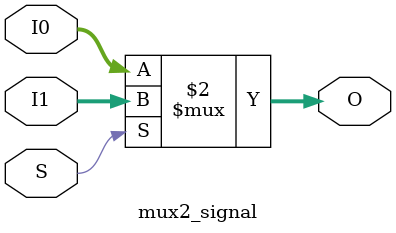
<source format=v>
`timescale 1ns / 1ps
`define DELAY_OUTGEN(clk,rst,data_in,data_out,DATA_WIDTH,DLY)                                           generate if(DLY==0)begin  assign data_out = data_in; end  else if(DLY==1)begin  (*keep="true"*)reg [DATA_WIDTH-1:0] a_temp = 0; always@(posedge clk) a_temp <= data_in; assign data_out = a_temp ; end  else begin  (*keep="true"*) reg [DATA_WIDTH-1:0] a_temp [DLY-1:0] ;always@(posedge clk) begin  if(rst)a_temp[DLY-1] <= 0; else   a_temp[DLY-1] <= data_in; end  for(i=0;i<=DLY-2;i=i+1)begin  always@(posedge clk)begin  if(rst)begin  a_temp[i] <= 0; end  else begin  a_temp[i] <= a_temp[i+1]; end  end  end  assign data_out = a_temp[0]; end  endgenerate



module mux2_signal(
input   [C_WIDTH-1:0]  I0   ,
input   [C_WIDTH-1:0]  I1  ,
input                  S   ,
output   [C_WIDTH-1:0]  O

    );
parameter C_WIDTH = 8; 
    
    
assign  O = (S==0 )? I0 : I1 ;


    
    
endmodule

</source>
